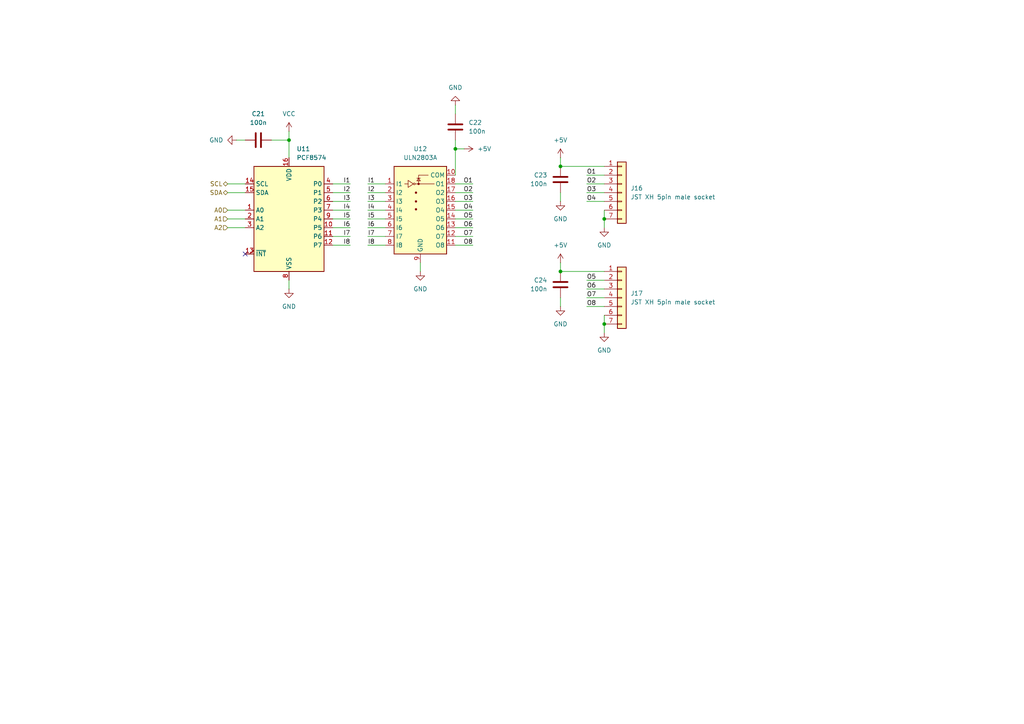
<source format=kicad_sch>
(kicad_sch (version 20231120) (generator "eeschema") (generator_version "8.0")
  (paper "A4")
  (lib_symbols
    (symbol "Connector_Generic:Conn_01x07" (pin_names (offset 1.016) hide)
      (property "Reference" "J" (at 0 10.16 0))
      (property "Value" "Conn_01x07" (at 0 -10.16 0))
      (symbol "Conn_01x07_1_1"
        (rectangle (start -1.27 -7.493) (end 0 -7.747) (stroke (width 0.1524)))
        (rectangle (start -1.27 -4.953) (end 0 -5.207) (stroke (width 0.1524)))
        (rectangle (start -1.27 -2.413) (end 0 -2.667) (stroke (width 0.1524)))
        (rectangle (start -1.27 0.127) (end 0 -0.127) (stroke (width 0.1524)))
        (rectangle (start -1.27 2.667) (end 0 2.413) (stroke (width 0.1524)))
        (rectangle (start -1.27 5.207) (end 0 4.953) (stroke (width 0.1524)))
        (rectangle (start -1.27 7.747) (end 0 7.493) (stroke (width 0.1524)))
        (rectangle (start -1.27 8.89) (end 1.27 -8.89) (stroke (width 0.254)) (fill (type background)))
        (pin passive line (at -5.08 7.62 0) (length 3.81) (name "Pin_1") (number "1"))
        (pin passive line (at -5.08 5.08 0) (length 3.81) (name "Pin_2") (number "2"))
        (pin passive line (at -5.08 2.54 0) (length 3.81) (name "Pin_3") (number "3"))
        (pin passive line (at -5.08 0 0) (length 3.81) (name "Pin_4") (number "4"))
        (pin passive line (at -5.08 -2.54 0) (length 3.81) (name "Pin_5") (number "5"))
        (pin passive line (at -5.08 -5.08 0) (length 3.81) (name "Pin_6") (number "6"))
        (pin passive line (at -5.08 -7.62 0) (length 3.81) (name "Pin_7") (number "7"))
      )
    )
    (symbol "Device:C" (pin_numbers hide) (pin_names (offset 0.254))
      (property "Reference" "C" (at 0.635 2.54 0))
      (property "Value" "C" (at 0.635 -2.54 0))
      (symbol "C_0_1"
        (polyline (pts (xy -2.032 -0.762) (xy 2.032 -0.762)) (stroke (width 0.508)))
        (polyline (pts (xy -2.032 0.762) (xy 2.032 0.762)) (stroke (width 0.508)))
      )
      (symbol "C_1_1"
        (pin passive line (at 0 3.81 270) (length 2.794) (name "~") (number "1"))
        (pin passive line (at 0 -3.81 90) (length 2.794) (name "~") (number "2"))
      )
    )
    (symbol "Interface_Expansion:PCF8574"
      (property "Reference" "U" (at -8.89 16.51 0))
      (property "Value" "PCF8574" (at 2.54 16.51 0))
      (symbol "PCF8574_0_1"
        (rectangle (start -10.16 15.24) (end 10.16 -15.24) (stroke (width 0.254)) (fill (type background)))
      )
      (symbol "PCF8574_1_1"
        (pin input line (at -12.7 2.54 0) (length 2.54) (name "A0") (number "1"))
        (pin bidirectional line (at 12.7 -2.54 180) (length 2.54) (name "P5") (number "10"))
        (pin bidirectional line (at 12.7 -5.08 180) (length 2.54) (name "P6") (number "11"))
        (pin bidirectional line (at 12.7 -7.62 180) (length 2.54) (name "P7") (number "12"))
        (pin open_collector output_low (at -12.7 -10.16 0) (length 2.54) (name "~{INT}") (number "13"))
        (pin input line (at -12.7 10.16 0) (length 2.54) (name "SCL") (number "14"))
        (pin bidirectional line (at -12.7 7.62 0) (length 2.54) (name "SDA") (number "15"))
        (pin power_in line (at 0 17.78 270) (length 2.54) (name "VDD") (number "16"))
        (pin input line (at -12.7 0 0) (length 2.54) (name "A1") (number "2"))
        (pin input line (at -12.7 -2.54 0) (length 2.54) (name "A2") (number "3"))
        (pin bidirectional line (at 12.7 10.16 180) (length 2.54) (name "P0") (number "4"))
        (pin bidirectional line (at 12.7 7.62 180) (length 2.54) (name "P1") (number "5"))
        (pin bidirectional line (at 12.7 5.08 180) (length 2.54) (name "P2") (number "6"))
        (pin bidirectional line (at 12.7 2.54 180) (length 2.54) (name "P3") (number "7"))
        (pin power_in line (at 0 -17.78 90) (length 2.54) (name "VSS") (number "8"))
        (pin bidirectional line (at 12.7 0 180) (length 2.54) (name "P4") (number "9"))
      )
    )
    (symbol "Transistor_Array:ULN2803A"
      (property "Reference" "U" (at 0 13.335 0))
      (property "Value" "ULN2803A" (at 0 11.43 0))
      (symbol "ULN2803A_0_1"
        (rectangle (start -7.62 -15.24) (end 7.62 10.16) (stroke (width 0.254)) (fill (type background)))
        (circle (center -1.778 5.08) (radius 0.254))
        (circle (center -1.27 -2.286) (radius 0.254) (fill (type outline)))
        (circle (center -1.27 0) (radius 0.254) (fill (type outline)))
        (circle (center -1.27 2.54) (radius 0.254) (fill (type outline)))
        (circle (center -0.508 5.08) (radius 0.254) (fill (type outline)))
        (polyline (pts (xy -4.572 5.08) (xy -3.556 5.08)))
        (polyline (pts (xy -1.524 5.08) (xy 4.064 5.08)))
        (polyline (pts (xy 0 6.731) (xy -1.016 6.731)))
        (polyline (pts (xy -0.508 5.08) (xy -0.508 7.62) (xy 2.286 7.62)))
        (polyline (pts (xy -3.556 6.096) (xy -3.556 4.064) (xy -2.032 5.08) (xy -3.556 6.096)))
        (polyline (pts (xy 0 5.969) (xy -1.016 5.969) (xy -0.508 6.731) (xy 0 5.969)))
      )
      (symbol "ULN2803A_1_1"
        (pin input line (at -10.16 5.08 0) (length 2.54) (name "I1") (number "1"))
        (pin passive line (at 10.16 7.62 180) (length 2.54) (name "COM") (number "10"))
        (pin open_collector line (at 10.16 -12.7 180) (length 2.54) (name "O8") (number "11"))
        (pin open_collector line (at 10.16 -10.16 180) (length 2.54) (name "O7") (number "12"))
        (pin open_collector line (at 10.16 -7.62 180) (length 2.54) (name "O6") (number "13"))
        (pin open_collector line (at 10.16 -5.08 180) (length 2.54) (name "O5") (number "14"))
        (pin open_collector line (at 10.16 -2.54 180) (length 2.54) (name "O4") (number "15"))
        (pin open_collector line (at 10.16 0 180) (length 2.54) (name "O3") (number "16"))
        (pin open_collector line (at 10.16 2.54 180) (length 2.54) (name "O2") (number "17"))
        (pin open_collector line (at 10.16 5.08 180) (length 2.54) (name "O1") (number "18"))
        (pin input line (at -10.16 2.54 0) (length 2.54) (name "I2") (number "2"))
        (pin input line (at -10.16 0 0) (length 2.54) (name "I3") (number "3"))
        (pin input line (at -10.16 -2.54 0) (length 2.54) (name "I4") (number "4"))
        (pin input line (at -10.16 -5.08 0) (length 2.54) (name "I5") (number "5"))
        (pin input line (at -10.16 -7.62 0) (length 2.54) (name "I6") (number "6"))
        (pin input line (at -10.16 -10.16 0) (length 2.54) (name "I7") (number "7"))
        (pin input line (at -10.16 -12.7 0) (length 2.54) (name "I8") (number "8"))
        (pin power_in line (at 0 -17.78 90) (length 2.54) (name "GND") (number "9"))
      )
    )
    (symbol "power:+5V" (power) (pin_numbers hide) (pin_names (offset 0) hide)
      (property "Value" "+5V" (at 0 3.556 0))
      (symbol "+5V_0_1"
        (polyline (pts (xy -0.762 1.27) (xy 0 2.54)))
        (polyline (pts (xy 0 0) (xy 0 2.54)))
        (polyline (pts (xy 0 2.54) (xy 0.762 1.27)))
      )
      (symbol "+5V_1_1"
        (pin power_in line (at 0 0 90) (length 0) (name "~") (number "1"))
      )
    )
    (symbol "power:GND" (power) (pin_numbers hide) (pin_names (offset 0) hide)
      (property "Value" "GND" (at 0 -3.81 0))
      (symbol "GND_0_1"
        (polyline (pts (xy 0 0) (xy 0 -1.27) (xy 1.27 -1.27) (xy 0 -2.54) (xy -1.27 -1.27) (xy 0 -1.27)))
      )
      (symbol "GND_1_1"
        (pin power_in line (at 0 0 270) (length 0) (name "~") (number "1"))
      )
    )
    (symbol "power:VCC" (power) (pin_numbers hide) (pin_names (offset 0) hide)
      (property "Value" "VCC" (at 0 3.556 0))
      (symbol "VCC_0_1"
        (polyline (pts (xy -0.762 1.27) (xy 0 2.54)))
        (polyline (pts (xy 0 0) (xy 0 2.54)))
        (polyline (pts (xy 0 2.54) (xy 0.762 1.27)))
      )
      (symbol "VCC_1_1"
        (pin power_in line (at 0 0 90) (length 0) (name "~") (number "1"))
      )
    )
  )
  (junction (at 83.82 40.64))
  (junction (at 162.56 48.26))
  (junction (at 175.26 93.98))
  (junction (at 132.08 43.18))
  (junction (at 162.56 78.74))
  (junction (at 175.26 63.5))
  (no_connect (at 71.12 73.66))
  (wire (pts (xy 101.6 55.88) (xy 96.52 55.88)))
  (wire (pts (xy 101.6 53.34) (xy 96.52 53.34)))
  (wire (pts (xy 101.6 60.96) (xy 96.52 60.96)))
  (wire (pts (xy 137.16 66.04) (xy 132.08 66.04)))
  (wire (pts (xy 170.18 50.8) (xy 175.26 50.8)))
  (wire (pts (xy 175.26 60.96) (xy 175.26 63.5)))
  (wire (pts (xy 106.68 60.96) (xy 111.76 60.96)))
  (wire (pts (xy 162.56 45.72) (xy 162.56 48.26)))
  (wire (pts (xy 106.68 68.58) (xy 111.76 68.58)))
  (wire (pts (xy 137.16 58.42) (xy 132.08 58.42)))
  (wire (pts (xy 106.68 53.34) (xy 111.76 53.34)))
  (wire (pts (xy 170.18 81.28) (xy 175.26 81.28)))
  (wire (pts (xy 106.68 71.12) (xy 111.76 71.12)))
  (wire (pts (xy 106.68 66.04) (xy 111.76 66.04)))
  (wire (pts (xy 66.04 55.88) (xy 71.12 55.88)))
  (wire (pts (xy 101.6 71.12) (xy 96.52 71.12)))
  (wire (pts (xy 137.16 60.96) (xy 132.08 60.96)))
  (wire (pts (xy 137.16 71.12) (xy 132.08 71.12)))
  (wire (pts (xy 162.56 48.26) (xy 175.26 48.26)))
  (wire (pts (xy 170.18 55.88) (xy 175.26 55.88)))
  (wire (pts (xy 66.04 60.96) (xy 71.12 60.96)))
  (wire (pts (xy 132.08 33.02) (xy 132.08 30.48)))
  (wire (pts (xy 162.56 55.88) (xy 162.56 58.42)))
  (wire (pts (xy 83.82 40.64) (xy 83.82 45.72)))
  (wire (pts (xy 170.18 86.36) (xy 175.26 86.36)))
  (wire (pts (xy 83.82 38.1) (xy 83.82 40.64)))
  (wire (pts (xy 162.56 86.36) (xy 162.56 88.9)))
  (wire (pts (xy 101.6 66.04) (xy 96.52 66.04)))
  (wire (pts (xy 106.68 58.42) (xy 111.76 58.42)))
  (wire (pts (xy 78.74 40.64) (xy 83.82 40.64)))
  (wire (pts (xy 170.18 88.9) (xy 175.26 88.9)))
  (wire (pts (xy 137.16 68.58) (xy 132.08 68.58)))
  (wire (pts (xy 137.16 55.88) (xy 132.08 55.88)))
  (wire (pts (xy 66.04 63.5) (xy 71.12 63.5)))
  (wire (pts (xy 132.08 40.64) (xy 132.08 43.18)))
  (wire (pts (xy 121.92 76.2) (xy 121.92 78.74)))
  (wire (pts (xy 137.16 63.5) (xy 132.08 63.5)))
  (wire (pts (xy 137.16 53.34) (xy 132.08 53.34)))
  (wire (pts (xy 68.58 40.64) (xy 71.12 40.64)))
  (wire (pts (xy 101.6 63.5) (xy 96.52 63.5)))
  (wire (pts (xy 170.18 83.82) (xy 175.26 83.82)))
  (wire (pts (xy 66.04 53.34) (xy 71.12 53.34)))
  (wire (pts (xy 162.56 76.2) (xy 162.56 78.74)))
  (wire (pts (xy 175.26 91.44) (xy 175.26 93.98)))
  (wire (pts (xy 132.08 43.18) (xy 134.62 43.18)))
  (wire (pts (xy 175.26 63.5) (xy 175.26 66.04)))
  (wire (pts (xy 170.18 58.42) (xy 175.26 58.42)))
  (wire (pts (xy 162.56 78.74) (xy 175.26 78.74)))
  (wire (pts (xy 106.68 55.88) (xy 111.76 55.88)))
  (wire (pts (xy 170.18 53.34) (xy 175.26 53.34)))
  (wire (pts (xy 101.6 58.42) (xy 96.52 58.42)))
  (wire (pts (xy 132.08 43.18) (xy 132.08 50.8)))
  (wire (pts (xy 66.04 66.04) (xy 71.12 66.04)))
  (wire (pts (xy 175.26 93.98) (xy 175.26 96.52)))
  (wire (pts (xy 83.82 81.28) (xy 83.82 83.82)))
  (wire (pts (xy 101.6 68.58) (xy 96.52 68.58)))
  (wire (pts (xy 106.68 63.5) (xy 111.76 63.5)))
  (label "I5" (at 101.6 63.5 180))
  (label "I7" (at 101.6 68.58 180))
  (label "I6" (at 106.68 66.04 0))
  (label "O3" (at 170.18 55.88 0))
  (label "I3" (at 101.6 58.42 180))
  (label "O7" (at 137.16 68.58 180))
  (label "O7" (at 170.18 86.36 0))
  (label "O6" (at 170.18 83.82 0))
  (label "I3" (at 106.68 58.42 0))
  (label "O1" (at 170.18 50.8 0))
  (label "I5" (at 106.68 63.5 0))
  (label "O1" (at 137.16 53.34 180))
  (label "O3" (at 137.16 58.42 180))
  (label "I6" (at 101.6 66.04 180))
  (label "I2" (at 101.6 55.88 180))
  (label "O4" (at 170.18 58.42 0))
  (label "I2" (at 106.68 55.88 0))
  (label "O8" (at 137.16 71.12 180))
  (label "O2" (at 170.18 53.34 0))
  (label "O5" (at 137.16 63.5 180))
  (label "I4" (at 106.68 60.96 0))
  (label "O8" (at 170.18 88.9 0))
  (label "O2" (at 137.16 55.88 180))
  (label "I4" (at 101.6 60.96 180))
  (label "I1" (at 106.68 53.34 0))
  (label "O6" (at 137.16 66.04 180))
  (label "O4" (at 137.16 60.96 180))
  (label "O5" (at 170.18 81.28 0))
  (label "I8" (at 101.6 71.12 180))
  (label "I7" (at 106.68 68.58 0))
  (label "I1" (at 101.6 53.34 180))
  (label "I8" (at 106.68 71.12 0))
  (hierarchical_label "A0" (shape input) (at 66.04 60.96 180))
  (hierarchical_label "A2" (shape input) (at 66.04 66.04 180))
  (hierarchical_label "A1" (shape input) (at 66.04 63.5 180))
  (hierarchical_label "SCL" (shape bidirectional) (at 66.04 53.34 180))
  (hierarchical_label "SDA" (shape bidirectional) (at 66.04 55.88 180))
  (symbol (lib_id "power:GND") (at 121.92 78.74 0) (unit 1)
    (property "Reference" "#PWR0103" (effects (hide yes)))
    (property "Value" "GND" (at 121.92 83.82 0))
    (property "Description" "Power symbol creates a global label with name \"GND\" , ground" (effects (hide yes)))
    (instances (project "LoRa_SHT31_ESP32_Eval_Mobo_v1" (path "" (reference "#PWR0103") (unit 1)) (path "" (reference "#PWR0113") (unit 1)) (path "" (reference "#PWR0133") (unit 1)) (path "" (reference "#PWR053") (unit 1)) (path "" (reference "#PWR073") (unit 1)) (path "" (reference "#PWR063") (unit 1)) (path "" (reference "#PWR0143") (unit 1)) (path "" (reference "#PWR0123") (unit 1)) (path "" (reference "#PWR083") (unit 1)) (path "" (reference "#PWR093") (unit 1))))
  )
  (symbol (lib_id "power:GND") (at 68.58 40.64 270) (unit 1)
    (property "Reference" "#PWR0100" (effects (hide yes)))
    (property "Value" "GND" (at 64.77 40.6399 90) (effects (justify right)))
    (property "Description" "Power symbol creates a global label with name \"GND\" , ground" (effects (hide yes)))
    (instances (project "LoRa_SHT31_ESP32_Eval_Mobo_v1" (path "" (reference "#PWR0100") (unit 1)) (path "" (reference "#PWR0110") (unit 1)) (path "" (reference "#PWR0130") (unit 1)) (path "" (reference "#PWR050") (unit 1)) (path "" (reference "#PWR070") (unit 1)) (path "" (reference "#PWR060") (unit 1)) (path "" (reference "#PWR0140") (unit 1)) (path "" (reference "#PWR0120") (unit 1)) (path "" (reference "#PWR080") (unit 1)) (path "" (reference "#PWR090") (unit 1))))
  )
  (symbol (lib_id "Device:C") (at 74.93 40.64 90) (unit 1)
    (property "Reference" "C21" (at 74.93 33.02 90))
    (property "Value" "100n" (at 74.93 35.56 90))
    (property "Footprint" "Capacitor_SMD:C_0603_1608Metric" (effects (hide yes)))
    (property "Description" "Unpolarized capacitor" (effects (hide yes)))
    (property "JLCPCB Part #" "C1590" (effects (hide yes)))
    (property "MFR.Part #" "CL10B104KA8NNNC" (effects (hide yes)))
    (instances (project "LoRa_SHT31_ESP32_Eval_Mobo_v1" (path "" (reference "C21") (unit 1)) (path "" (reference "C25") (unit 1)) (path "" (reference "C33") (unit 1)) (path "" (reference "C1") (unit 1)) (path "" (reference "C9") (unit 1)) (path "" (reference "C5") (unit 1)) (path "" (reference "C37") (unit 1)) (path "" (reference "C29") (unit 1)) (path "" (reference "C13") (unit 1)) (path "" (reference "C17") (unit 1))))
  )
  (symbol (lib_id "power:GND") (at 83.82 83.82 0) (unit 1)
    (property "Reference" "#PWR0102" (effects (hide yes)))
    (property "Value" "GND" (at 83.82 88.9 0))
    (property "Description" "Power symbol creates a global label with name \"GND\" , ground" (effects (hide yes)))
    (instances (project "LoRa_SHT31_ESP32_Eval_Mobo_v1" (path "" (reference "#PWR0102") (unit 1)) (path "" (reference "#PWR0112") (unit 1)) (path "" (reference "#PWR0132") (unit 1)) (path "" (reference "#PWR052") (unit 1)) (path "" (reference "#PWR072") (unit 1)) (path "" (reference "#PWR062") (unit 1)) (path "" (reference "#PWR0142") (unit 1)) (path "" (reference "#PWR0122") (unit 1)) (path "" (reference "#PWR082") (unit 1)) (path "" (reference "#PWR092") (unit 1))))
  )
  (symbol (lib_id "power:GND") (at 162.56 88.9 0) (unit 1)
    (property "Reference" "#PWR0109" (effects (hide yes)))
    (property "Value" "GND" (at 162.56 93.98 0))
    (property "Description" "Power symbol creates a global label with name \"GND\" , ground" (effects (hide yes)))
    (instances (project "LoRa_SHT31_ESP32_Eval_Mobo_v1" (path "" (reference "#PWR0109") (unit 1)) (path "" (reference "#PWR0119") (unit 1)) (path "" (reference "#PWR0139") (unit 1)) (path "" (reference "#PWR059") (unit 1)) (path "" (reference "#PWR079") (unit 1)) (path "" (reference "#PWR069") (unit 1)) (path "" (reference "#PWR0149") (unit 1)) (path "" (reference "#PWR0129") (unit 1)) (path "" (reference "#PWR089") (unit 1)) (path "" (reference "#PWR099") (unit 1))))
  )
  (symbol (lib_id "Connector_Generic:Conn_01x07") (at 180.34 86.36 0) (unit 1)
    (property "Reference" "J17" (at 182.88 85.0899 0) (effects (justify left)))
    (property "Value" "JST XH 5pin male socket" (at 182.88 87.6299 0) (effects (justify left)))
    (property "Footprint" "Local:HC-XH-5ALT_1x05_P2.50mm_Vertical_SMD" (effects (hide yes)))
    (property "Description" "Generic connector, single row, 01x07, script generated (kicad-library-utils/schlib/autogen/connector/)" (effects (hide yes)))
    (property "JLCPCB Part #" "C2845697" (effects (hide yes)))
    (property "MFR.Part #" "HC-XH-5ALT" (effects (hide yes)))
    (instances (project "LoRa_SHT31_ESP32_Eval_Mobo_v1" (path "" (reference "J17") (unit 1)) (path "" (reference "J19") (unit 1)) (path "" (reference "J23") (unit 1)) (path "" (reference "J7") (unit 1)) (path "" (reference "J11") (unit 1)) (path "" (reference "J9") (unit 1)) (path "" (reference "J25") (unit 1)) (path "" (reference "J21") (unit 1)) (path "" (reference "J13") (unit 1)) (path "" (reference "J15") (unit 1))))
  )
  (symbol (lib_id "power:GND") (at 162.56 58.42 0) (unit 1)
    (property "Reference" "#PWR0107" (effects (hide yes)))
    (property "Value" "GND" (at 162.56 63.5 0))
    (property "Description" "Power symbol creates a global label with name \"GND\" , ground" (effects (hide yes)))
    (instances (project "LoRa_SHT31_ESP32_Eval_Mobo_v1" (path "" (reference "#PWR0107") (unit 1)) (path "" (reference "#PWR0117") (unit 1)) (path "" (reference "#PWR0137") (unit 1)) (path "" (reference "#PWR057") (unit 1)) (path "" (reference "#PWR077") (unit 1)) (path "" (reference "#PWR067") (unit 1)) (path "" (reference "#PWR0147") (unit 1)) (path "" (reference "#PWR0127") (unit 1)) (path "" (reference "#PWR087") (unit 1)) (path "" (reference "#PWR097") (unit 1))))
  )
  (symbol (lib_id "power:+5V") (at 162.56 45.72 0) (unit 1)
    (property "Reference" "#PWR0106" (effects (hide yes)))
    (property "Value" "+5V" (at 162.56 40.64 0))
    (property "Description" "Power symbol creates a global label with name \"+5V\"" (effects (hide yes)))
    (instances (project "" (path "" (reference "#PWR0106") (unit 1)) (path "" (reference "#PWR0116") (unit 1)) (path "" (reference "#PWR0136") (unit 1)) (path "" (reference "#PWR056") (unit 1)) (path "" (reference "#PWR076") (unit 1)) (path "" (reference "#PWR066") (unit 1)) (path "" (reference "#PWR0146") (unit 1)) (path "" (reference "#PWR0126") (unit 1)) (path "" (reference "#PWR086") (unit 1)) (path "" (reference "#PWR096") (unit 1))))
  )
  (symbol (lib_id "Connector_Generic:Conn_01x07") (at 180.34 55.88 0) (unit 1)
    (property "Reference" "J16" (at 182.88 54.6099 0) (effects (justify left)))
    (property "Value" "JST XH 5pin male socket" (at 182.88 57.1499 0) (effects (justify left)))
    (property "Footprint" "Local:HC-XH-5ALT_1x05_P2.50mm_Vertical_SMD" (effects (hide yes)))
    (property "Description" "Generic connector, single row, 01x07, script generated (kicad-library-utils/schlib/autogen/connector/)" (effects (hide yes)))
    (property "JLCPCB Part #" "C2845697" (effects (hide yes)))
    (property "MFR.Part #" "HC-XH-5ALT" (effects (hide yes)))
    (instances (project "LoRa_SHT31_ESP32_Eval_Mobo_v1" (path "" (reference "J16") (unit 1)) (path "" (reference "J18") (unit 1)) (path "" (reference "J22") (unit 1)) (path "" (reference "J6") (unit 1)) (path "" (reference "J10") (unit 1)) (path "" (reference "J8") (unit 1)) (path "" (reference "J24") (unit 1)) (path "" (reference "J20") (unit 1)) (path "" (reference "J12") (unit 1)) (path "" (reference "J14") (unit 1))))
  )
  (symbol (lib_id "Device:C") (at 132.08 36.83 0) (unit 1)
    (property "Reference" "C22" (at 135.89 35.5599 0) (effects (justify left)))
    (property "Value" "100n" (at 135.89 38.0999 0) (effects (justify left)))
    (property "Footprint" "Capacitor_SMD:C_0603_1608Metric" (effects (hide yes)))
    (property "Description" "Unpolarized capacitor" (effects (hide yes)))
    (property "JLCPCB Part #" "C1590" (effects (hide yes)))
    (property "MFR.Part #" "CL10B104KA8NNNC" (effects (hide yes)))
    (instances (project "LoRa_SHT31_ESP32_Eval_Mobo_v1" (path "" (reference "C22") (unit 1)) (path "" (reference "C26") (unit 1)) (path "" (reference "C34") (unit 1)) (path "" (reference "C2") (unit 1)) (path "" (reference "C10") (unit 1)) (path "" (reference "C6") (unit 1)) (path "" (reference "C38") (unit 1)) (path "" (reference "C30") (unit 1)) (path "" (reference "C14") (unit 1)) (path "" (reference "C18") (unit 1))))
  )
  (symbol (lib_id "power:GND") (at 175.26 66.04 0) (unit 1)
    (property "Reference" "#PWR0155" (effects (hide yes)))
    (property "Value" "GND" (at 175.26 71.12 0))
    (property "Description" "Power symbol creates a global label with name \"GND\" , ground" (effects (hide yes)))
    (instances (project "LoRa_SHT31_ESP32_Eval_Mobo_v1" (path "" (reference "#PWR0155") (unit 1)) (path "" (reference "#PWR0156") (unit 1)) (path "" (reference "#PWR0158") (unit 1)) (path "" (reference "#PWR0150") (unit 1)) (path "" (reference "#PWR0152") (unit 1)) (path "" (reference "#PWR0151") (unit 1)) (path "" (reference "#PWR0159") (unit 1)) (path "" (reference "#PWR0157") (unit 1)) (path "" (reference "#PWR0153") (unit 1)) (path "" (reference "#PWR0154") (unit 1))))
  )
  (symbol (lib_id "Device:C") (at 162.56 52.07 0) (mirror y) (unit 1)
    (property "Reference" "C23" (at 158.75 50.7999 0) (effects (justify left)))
    (property "Value" "100n" (at 158.75 53.3399 0) (effects (justify left)))
    (property "Footprint" "Capacitor_SMD:C_0603_1608Metric" (effects (hide yes)))
    (property "Description" "Unpolarized capacitor" (effects (hide yes)))
    (property "JLCPCB Part #" "C1590" (effects (hide yes)))
    (property "MFR.Part #" "CL10B104KA8NNNC" (effects (hide yes)))
    (instances (project "LoRa_SHT31_ESP32_Eval_Mobo_v1" (path "" (reference "C23") (unit 1)) (path "" (reference "C27") (unit 1)) (path "" (reference "C35") (unit 1)) (path "" (reference "C3") (unit 1)) (path "" (reference "C11") (unit 1)) (path "" (reference "C7") (unit 1)) (path "" (reference "C39") (unit 1)) (path "" (reference "C31") (unit 1)) (path "" (reference "C15") (unit 1)) (path "" (reference "C19") (unit 1))))
  )
  (symbol (lib_id "power:+5V") (at 134.62 43.18 270) (unit 1)
    (property "Reference" "#PWR0105" (effects (hide yes)))
    (property "Value" "+5V" (at 138.43 43.1799 90) (effects (justify left)))
    (property "Description" "Power symbol creates a global label with name \"+5V\"" (effects (hide yes)))
    (instances (project "LoRa_SHT31_ESP32_Eval_Mobo_v1" (path "" (reference "#PWR0105") (unit 1)) (path "" (reference "#PWR0115") (unit 1)) (path "" (reference "#PWR0135") (unit 1)) (path "" (reference "#PWR055") (unit 1)) (path "" (reference "#PWR075") (unit 1)) (path "" (reference "#PWR065") (unit 1)) (path "" (reference "#PWR0145") (unit 1)) (path "" (reference "#PWR0125") (unit 1)) (path "" (reference "#PWR085") (unit 1)) (path "" (reference "#PWR095") (unit 1))))
  )
  (symbol (lib_id "power:+5V") (at 162.56 76.2 0) (unit 1)
    (property "Reference" "#PWR0108" (effects (hide yes)))
    (property "Value" "+5V" (at 162.56 71.12 0))
    (property "Description" "Power symbol creates a global label with name \"+5V\"" (effects (hide yes)))
    (instances (project "LoRa_SHT31_ESP32_Eval_Mobo_v1" (path "" (reference "#PWR0108") (unit 1)) (path "" (reference "#PWR0118") (unit 1)) (path "" (reference "#PWR0138") (unit 1)) (path "" (reference "#PWR058") (unit 1)) (path "" (reference "#PWR078") (unit 1)) (path "" (reference "#PWR068") (unit 1)) (path "" (reference "#PWR0148") (unit 1)) (path "" (reference "#PWR0128") (unit 1)) (path "" (reference "#PWR088") (unit 1)) (path "" (reference "#PWR098") (unit 1))))
  )
  (symbol (lib_id "Device:C") (at 162.56 82.55 0) (mirror y) (unit 1)
    (property "Reference" "C24" (at 158.75 81.2799 0) (effects (justify left)))
    (property "Value" "100n" (at 158.75 83.8199 0) (effects (justify left)))
    (property "Footprint" "Capacitor_SMD:C_0603_1608Metric" (effects (hide yes)))
    (property "Description" "Unpolarized capacitor" (effects (hide yes)))
    (property "JLCPCB Part #" "C1590" (effects (hide yes)))
    (property "MFR.Part #" "CL10B104KA8NNNC" (effects (hide yes)))
    (instances (project "LoRa_SHT31_ESP32_Eval_Mobo_v1" (path "" (reference "C24") (unit 1)) (path "" (reference "C28") (unit 1)) (path "" (reference "C36") (unit 1)) (path "" (reference "C4") (unit 1)) (path "" (reference "C12") (unit 1)) (path "" (reference "C8") (unit 1)) (path "" (reference "C40") (unit 1)) (path "" (reference "C32") (unit 1)) (path "" (reference "C16") (unit 1)) (path "" (reference "C20") (unit 1))))
  )
  (symbol (lib_id "power:GND") (at 132.08 30.48 180) (unit 1)
    (property "Reference" "#PWR0104" (effects (hide yes)))
    (property "Value" "GND" (at 132.08 25.4 0))
    (property "Description" "Power symbol creates a global label with name \"GND\" , ground" (effects (hide yes)))
    (instances (project "LoRa_SHT31_ESP32_Eval_Mobo_v1" (path "" (reference "#PWR0104") (unit 1)) (path "" (reference "#PWR0114") (unit 1)) (path "" (reference "#PWR0134") (unit 1)) (path "" (reference "#PWR054") (unit 1)) (path "" (reference "#PWR074") (unit 1)) (path "" (reference "#PWR064") (unit 1)) (path "" (reference "#PWR0144") (unit 1)) (path "" (reference "#PWR0124") (unit 1)) (path "" (reference "#PWR084") (unit 1)) (path "" (reference "#PWR094") (unit 1))))
  )
  (symbol (lib_id "power:GND") (at 175.26 96.52 0) (unit 1)
    (property "Reference" "#PWR0165" (effects (hide yes)))
    (property "Value" "GND" (at 175.26 101.6 0))
    (property "Description" "Power symbol creates a global label with name \"GND\" , ground" (effects (hide yes)))
    (instances (project "LoRa_SHT31_ESP32_Eval_Mobo_v1" (path "" (reference "#PWR0165") (unit 1)) (path "" (reference "#PWR0166") (unit 1)) (path "" (reference "#PWR0168") (unit 1)) (path "" (reference "#PWR0160") (unit 1)) (path "" (reference "#PWR0162") (unit 1)) (path "" (reference "#PWR0161") (unit 1)) (path "" (reference "#PWR0169") (unit 1)) (path "" (reference "#PWR0167") (unit 1)) (path "" (reference "#PWR0163") (unit 1)) (path "" (reference "#PWR0164") (unit 1))))
  )
  (symbol (lib_id "power:VCC") (at 83.82 38.1 0) (unit 1)
    (property "Reference" "#PWR0101" (effects (hide yes)))
    (property "Value" "VCC" (at 83.82 33.02 0))
    (property "Description" "Power symbol creates a global label with name \"VCC\"" (effects (hide yes)))
    (instances (project "LoRa_SHT31_ESP32_Eval_Mobo_v1" (path "" (reference "#PWR0101") (unit 1)) (path "" (reference "#PWR0111") (unit 1)) (path "" (reference "#PWR0131") (unit 1)) (path "" (reference "#PWR051") (unit 1)) (path "" (reference "#PWR071") (unit 1)) (path "" (reference "#PWR061") (unit 1)) (path "" (reference "#PWR0141") (unit 1)) (path "" (reference "#PWR0121") (unit 1)) (path "" (reference "#PWR081") (unit 1)) (path "" (reference "#PWR091") (unit 1))))
  )
  (symbol (lib_id "Transistor_Array:ULN2803A") (at 121.92 58.42 0) (unit 1)
    (property "Reference" "U12" (at 121.92 43.18 0))
    (property "Value" "ULN2803A" (at 121.92 45.72 0))
    (property "Footprint" "Package_SO:SOIC-18W_7.5x11.6mm_P1.27mm" (effects (hide yes)))
    (property "Datasheet" "http://www.ti.com/lit/ds/symlink/uln2803a.pdf" (effects (hide yes)))
    (property "Description" "Darlington Transistor Arrays, SOIC18/DIP18" (effects (hide yes)))
    (property "JLCPCB Part #" "C845537" (effects (hide yes)))
    (property "MFR.Part #" "ULN2803A" (effects (hide yes)))
    (instances (project "LoRa_SHT31_ESP32_Eval_Mobo_v1" (path "" (reference "U12") (unit 1)) (path "" (reference "U14") (unit 1)) (path "" (reference "U18") (unit 1)) (path "" (reference "U2") (unit 1)) (path "" (reference "U6") (unit 1)) (path "" (reference "U4") (unit 1)) (path "" (reference "U20") (unit 1)) (path "" (reference "U16") (unit 1)) (path "" (reference "U8") (unit 1)) (path "" (reference "U10") (unit 1))))
  )
  (symbol (lib_id "Interface_Expansion:PCF8574") (at 83.82 63.5 0) (unit 1)
    (property "Reference" "U11" (at 86.0141 43.18 0) (effects (justify left)))
    (property "Value" "PCF8574" (at 86.0141 45.72 0) (effects (justify left)))
    (property "Footprint" "Package_SO:SOIC-16_3.9x9.9mm_P1.27mm" (effects (hide yes)))
    (property "Datasheet" "http://www.nxp.com/docs/en/data-sheet/PCF8574_PCF8574A.pdf" (effects (hide yes)))
    (property "Description" "8 Bit Port/Expander to I2C Bus, DIP/SOIC-16" (effects (hide yes)))
    (property "JLCPCB Part #" "C5310792" (effects (hide yes)))
    (property "MFR.Part #" "PCF8574M/TR" (effects (hide yes)))
    (instances (project "LoRa_SHT31_ESP32_Eval_Mobo_v1" (path "" (reference "U11") (unit 1)) (path "" (reference "U13") (unit 1)) (path "" (reference "U17") (unit 1)) (path "" (reference "U1") (unit 1)) (path "" (reference "U5") (unit 1)) (path "" (reference "U3") (unit 1)) (path "" (reference "U19") (unit 1)) (path "" (reference "U15") (unit 1)) (path "" (reference "U7") (unit 1)) (path "" (reference "U9") (unit 1))))
  )
)
</source>
